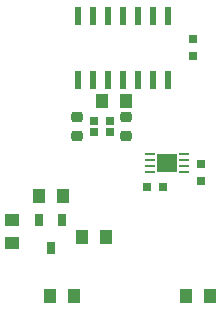
<source format=gbr>
%TF.GenerationSoftware,KiCad,Pcbnew,7.0.7*%
%TF.CreationDate,2023-10-23T01:20:13+09:00*%
%TF.ProjectId,CANFD_module,43414e46-445f-46d6-9f64-756c652e6b69,rev?*%
%TF.SameCoordinates,Original*%
%TF.FileFunction,Paste,Bot*%
%TF.FilePolarity,Positive*%
%FSLAX46Y46*%
G04 Gerber Fmt 4.6, Leading zero omitted, Abs format (unit mm)*
G04 Created by KiCad (PCBNEW 7.0.7) date 2023-10-23 01:20:13*
%MOMM*%
%LPD*%
G01*
G04 APERTURE LIST*
G04 Aperture macros list*
%AMRoundRect*
0 Rectangle with rounded corners*
0 $1 Rounding radius*
0 $2 $3 $4 $5 $6 $7 $8 $9 X,Y pos of 4 corners*
0 Add a 4 corners polygon primitive as box body*
4,1,4,$2,$3,$4,$5,$6,$7,$8,$9,$2,$3,0*
0 Add four circle primitives for the rounded corners*
1,1,$1+$1,$2,$3*
1,1,$1+$1,$4,$5*
1,1,$1+$1,$6,$7*
1,1,$1+$1,$8,$9*
0 Add four rect primitives between the rounded corners*
20,1,$1+$1,$2,$3,$4,$5,0*
20,1,$1+$1,$4,$5,$6,$7,0*
20,1,$1+$1,$6,$7,$8,$9,0*
20,1,$1+$1,$8,$9,$2,$3,0*%
G04 Aperture macros list end*
%ADD10RoundRect,0.225000X0.250000X-0.225000X0.250000X0.225000X-0.250000X0.225000X-0.250000X-0.225000X0*%
%ADD11RoundRect,0.225000X-0.250000X0.225000X-0.250000X-0.225000X0.250000X-0.225000X0.250000X0.225000X0*%
%ADD12R,1.000000X1.200000*%
%ADD13RoundRect,0.125000X-0.300000X0.000000X-0.300000X0.000000X0.300000X0.000000X0.300000X0.000000X0*%
%ADD14R,1.800000X1.650000*%
%ADD15R,1.200000X1.000000*%
%ADD16R,0.600000X1.550000*%
%ADD17R,0.700000X0.800000*%
%ADD18R,0.800000X1.000000*%
%ADD19R,0.750000X0.700000*%
%ADD20R,0.800000X0.700000*%
G04 APERTURE END LIST*
D10*
%TO.C,C4*%
X148031200Y-98175000D03*
X148031200Y-96625000D03*
%TD*%
D11*
%TO.C,C5*%
X143865600Y-98175000D03*
X143865600Y-96625000D03*
%TD*%
D12*
%TO.C,R5*%
X142641100Y-103303600D03*
X140641100Y-103303600D03*
%TD*%
D13*
%TO.C,U$1*%
X150011100Y-100253600D03*
X150011100Y-100753600D03*
D14*
X151461100Y-100503600D03*
D13*
X152911100Y-101253600D03*
X150011100Y-99753600D03*
X152911100Y-99753600D03*
X152911100Y-100753600D03*
X150011100Y-101253600D03*
X152911100Y-100253600D03*
%TD*%
D15*
%TO.C,R6*%
X138371100Y-105313600D03*
X138371100Y-107313600D03*
%TD*%
D16*
%TO.C,U2*%
X149021100Y-93473600D03*
X147751100Y-93473600D03*
X145211100Y-88073600D03*
X143941100Y-88073600D03*
X150291100Y-88073600D03*
X145211100Y-93473600D03*
X146481100Y-93473600D03*
X150291100Y-93473600D03*
X146481100Y-88073600D03*
X147751100Y-88073600D03*
X149021100Y-88073600D03*
X151561100Y-93473600D03*
X151561100Y-88073600D03*
X143941100Y-93473600D03*
%TD*%
D17*
%TO.C,C1*%
X149761100Y-102503600D03*
X151161100Y-102503600D03*
%TD*%
D18*
%TO.C,TR1*%
X140651100Y-105293600D03*
X141601100Y-107693600D03*
X142551100Y-105293600D03*
%TD*%
D12*
%TO.C,R1*%
X145961100Y-95250000D03*
X147961100Y-95250000D03*
%TD*%
%TO.C,R3*%
X143561100Y-111803600D03*
X141561100Y-111803600D03*
%TD*%
D19*
%TO.C,X1*%
X145286100Y-96903600D03*
X146636100Y-97903600D03*
X145286100Y-97903600D03*
X146636100Y-96903600D03*
%TD*%
D12*
%TO.C,R4*%
X153091100Y-111803600D03*
X155091100Y-111803600D03*
%TD*%
D20*
%TO.C,C3*%
X153661100Y-90043600D03*
X153661100Y-91443600D03*
%TD*%
D12*
%TO.C,R2*%
X144261100Y-106793600D03*
X146261100Y-106793600D03*
%TD*%
D20*
%TO.C,C2*%
X154361100Y-100583600D03*
X154361100Y-101983600D03*
%TD*%
M02*

</source>
